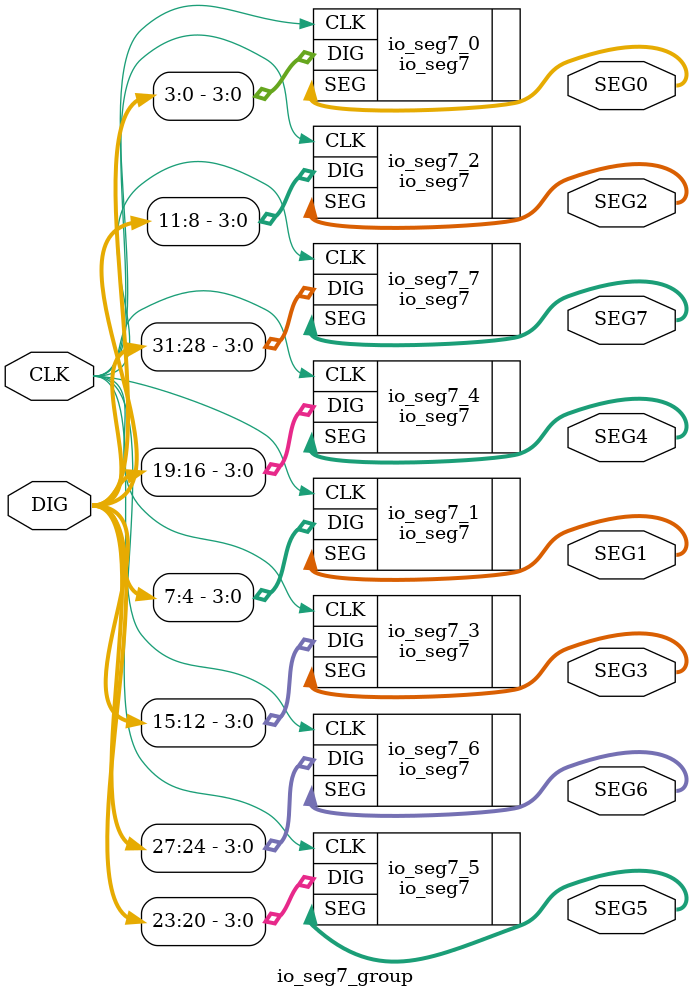
<source format=sv>
module io_seg7_group (
    input  logic        CLK,
    input  logic [31:0] DIG,
    output logic [6 :0] SEG0,
                        SEG1,
                        SEG2,
                        SEG3,
                        SEG4,
                        SEG5,
                        SEG6,
                        SEG7
    );

    io_seg7 io_seg7_0 (.CLK, .SEG(SEG0), .DIG(DIG[ 3: 0]));
    io_seg7 io_seg7_1 (.CLK, .SEG(SEG1), .DIG(DIG[ 7: 4]));
    io_seg7 io_seg7_2 (.CLK, .SEG(SEG2), .DIG(DIG[11: 8]));
    io_seg7 io_seg7_3 (.CLK, .SEG(SEG3), .DIG(DIG[15:12]));
    io_seg7 io_seg7_4 (.CLK, .SEG(SEG4), .DIG(DIG[19:16]));
    io_seg7 io_seg7_5 (.CLK, .SEG(SEG5), .DIG(DIG[23:20]));
    io_seg7 io_seg7_6 (.CLK, .SEG(SEG6), .DIG(DIG[27:24]));
    io_seg7 io_seg7_7 (.CLK, .SEG(SEG7), .DIG(DIG[31:28]));

endmodule

</source>
